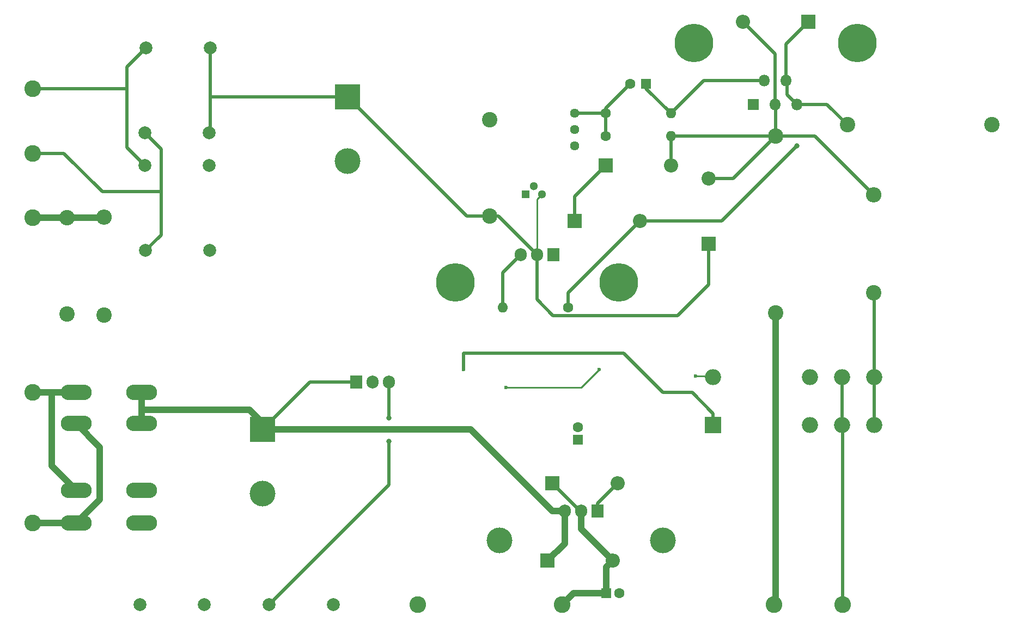
<source format=gbr>
G04 #@! TF.GenerationSoftware,KiCad,Pcbnew,(5.1.9-0-10_14)*
G04 #@! TF.CreationDate,2021-02-13T11:15:32+01:00*
G04 #@! TF.ProjectId,hv-power-supply,68762d70-6f77-4657-922d-737570706c79,rev?*
G04 #@! TF.SameCoordinates,Original*
G04 #@! TF.FileFunction,Copper,L2,Bot*
G04 #@! TF.FilePolarity,Positive*
%FSLAX46Y46*%
G04 Gerber Fmt 4.6, Leading zero omitted, Abs format (unit mm)*
G04 Created by KiCad (PCBNEW (5.1.9-0-10_14)) date 2021-02-13 11:15:32*
%MOMM*%
%LPD*%
G01*
G04 APERTURE LIST*
G04 #@! TA.AperFunction,ComponentPad*
%ADD10C,4.000000*%
G04 #@! TD*
G04 #@! TA.AperFunction,ComponentPad*
%ADD11R,4.000000X4.000000*%
G04 #@! TD*
G04 #@! TA.AperFunction,ComponentPad*
%ADD12O,2.400000X2.400000*%
G04 #@! TD*
G04 #@! TA.AperFunction,ComponentPad*
%ADD13C,2.400000*%
G04 #@! TD*
G04 #@! TA.AperFunction,ComponentPad*
%ADD14C,1.600000*%
G04 #@! TD*
G04 #@! TA.AperFunction,ComponentPad*
%ADD15R,1.600000X1.600000*%
G04 #@! TD*
G04 #@! TA.AperFunction,ComponentPad*
%ADD16O,1.905000X2.000000*%
G04 #@! TD*
G04 #@! TA.AperFunction,ComponentPad*
%ADD17R,1.905000X2.000000*%
G04 #@! TD*
G04 #@! TA.AperFunction,ComponentPad*
%ADD18O,4.800600X2.400300*%
G04 #@! TD*
G04 #@! TA.AperFunction,ComponentPad*
%ADD19C,2.600000*%
G04 #@! TD*
G04 #@! TA.AperFunction,ComponentPad*
%ADD20O,1.600000X1.600000*%
G04 #@! TD*
G04 #@! TA.AperFunction,ComponentPad*
%ADD21O,2.200000X2.200000*%
G04 #@! TD*
G04 #@! TA.AperFunction,ComponentPad*
%ADD22R,2.200000X2.200000*%
G04 #@! TD*
G04 #@! TA.AperFunction,ComponentPad*
%ADD23O,1.800000X1.800000*%
G04 #@! TD*
G04 #@! TA.AperFunction,ComponentPad*
%ADD24R,1.800000X1.800000*%
G04 #@! TD*
G04 #@! TA.AperFunction,ComponentPad*
%ADD25C,2.000000*%
G04 #@! TD*
G04 #@! TA.AperFunction,ComponentPad*
%ADD26O,2.500000X2.500000*%
G04 #@! TD*
G04 #@! TA.AperFunction,ComponentPad*
%ADD27R,2.500000X2.500000*%
G04 #@! TD*
G04 #@! TA.AperFunction,ComponentPad*
%ADD28C,1.440000*%
G04 #@! TD*
G04 #@! TA.AperFunction,ComponentPad*
%ADD29R,1.300000X1.300000*%
G04 #@! TD*
G04 #@! TA.AperFunction,ComponentPad*
%ADD30C,1.300000*%
G04 #@! TD*
G04 #@! TA.AperFunction,ComponentPad*
%ADD31C,6.000000*%
G04 #@! TD*
G04 #@! TA.AperFunction,ViaPad*
%ADD32C,0.800000*%
G04 #@! TD*
G04 #@! TA.AperFunction,ViaPad*
%ADD33C,0.600000*%
G04 #@! TD*
G04 #@! TA.AperFunction,Conductor*
%ADD34C,1.000000*%
G04 #@! TD*
G04 #@! TA.AperFunction,Conductor*
%ADD35C,0.500000*%
G04 #@! TD*
G04 #@! TA.AperFunction,Conductor*
%ADD36C,0.250000*%
G04 #@! TD*
G04 APERTURE END LIST*
D10*
X102870000Y-79342000D03*
D11*
X102870000Y-69342000D03*
D12*
X65024000Y-88011000D03*
D13*
X65024000Y-103251000D03*
D14*
X145129000Y-146558000D03*
D15*
X143129000Y-146558000D03*
D16*
X109347000Y-113665000D03*
X106807000Y-113665000D03*
D17*
X104267000Y-113665000D03*
D18*
X70866000Y-115316000D03*
X60706000Y-115316000D03*
D19*
X53975000Y-135636000D03*
X53975000Y-115316000D03*
X53975000Y-88138000D03*
X53975000Y-78105000D03*
X53975000Y-68072000D03*
D12*
X184658000Y-84582000D03*
D13*
X184658000Y-99822000D03*
D20*
X153162000Y-75438000D03*
D14*
X143002000Y-75438000D03*
D20*
X153162000Y-71882000D03*
D14*
X143002000Y-71882000D03*
D20*
X127000000Y-102108000D03*
D14*
X137160000Y-102108000D03*
D10*
X126492000Y-138303000D03*
X151892000Y-138303000D03*
D21*
X164338000Y-57658000D03*
D22*
X174498000Y-57658000D03*
D21*
X159004000Y-82042000D03*
D22*
X159004000Y-92202000D03*
D18*
X70866000Y-120142000D03*
X60706000Y-120142000D03*
X60706000Y-135636000D03*
X70866000Y-135636000D03*
X60706000Y-130556000D03*
X70866000Y-130556000D03*
D13*
X169418000Y-102938000D03*
X169418000Y-75438000D03*
D14*
X146812000Y-67310000D03*
D15*
X149312000Y-67310000D03*
D13*
X203094000Y-73660000D03*
X180594000Y-73660000D03*
D23*
X172740000Y-70502000D03*
X171040000Y-66802000D03*
X169340000Y-70502000D03*
X167640000Y-66802000D03*
D24*
X165940000Y-70502000D03*
D25*
X100711000Y-148336000D03*
X90678000Y-148336000D03*
X70612000Y-148336000D03*
X80645000Y-148336000D03*
D16*
X136652000Y-133731000D03*
X139192000Y-133731000D03*
D17*
X141732000Y-133731000D03*
D19*
X113792000Y-148336000D03*
X136271000Y-148336000D03*
D21*
X144907000Y-129413000D03*
D22*
X134747000Y-129413000D03*
D21*
X144145000Y-141478000D03*
D22*
X133985000Y-141478000D03*
D14*
X138684000Y-120682000D03*
D15*
X138684000Y-122682000D03*
D10*
X89662000Y-131031000D03*
D11*
X89662000Y-121031000D03*
D26*
X159752000Y-112896000D03*
X174752000Y-112896000D03*
X179752000Y-112896000D03*
X184752000Y-112896000D03*
X184752000Y-120396000D03*
X179752000Y-120396000D03*
X174752000Y-120396000D03*
D27*
X159752000Y-120396000D03*
D19*
X169164000Y-148336000D03*
D28*
X138176000Y-76962000D03*
X138176000Y-74422000D03*
X138176000Y-71882000D03*
D16*
X129794000Y-93853000D03*
X132334000Y-93853000D03*
D17*
X134874000Y-93853000D03*
D29*
X130556000Y-84455000D03*
D30*
X133096000Y-84455000D03*
X131826000Y-83185000D03*
D31*
X156718000Y-60960000D03*
X182118000Y-60960000D03*
X145034000Y-98171000D03*
X119634000Y-98171000D03*
D21*
X153162000Y-80010000D03*
D22*
X143002000Y-80010000D03*
D21*
X148336000Y-88646000D03*
D22*
X138176000Y-88646000D03*
D19*
X179832000Y-148336000D03*
D13*
X124968000Y-72898000D03*
X124968000Y-87898000D03*
D25*
X71374000Y-74930000D03*
X81374000Y-74930000D03*
X81534000Y-61722000D03*
X71534000Y-61722000D03*
X71501000Y-93218000D03*
X81501000Y-93218000D03*
X81374000Y-80010000D03*
X71374000Y-80010000D03*
D13*
X59309000Y-88124000D03*
X59309000Y-103124000D03*
D32*
X172720000Y-76962000D03*
D33*
X120904000Y-111760000D03*
D32*
X109347000Y-119253000D03*
X109347000Y-122936000D03*
D33*
X156972000Y-112776000D03*
X127508000Y-114554000D03*
X141986000Y-111760000D03*
D34*
X59295000Y-88138000D02*
X59309000Y-88124000D01*
X53975000Y-88138000D02*
X59295000Y-88138000D01*
X64911000Y-88124000D02*
X65024000Y-88011000D01*
X59309000Y-88124000D02*
X64911000Y-88124000D01*
X169418000Y-148082000D02*
X169164000Y-148336000D01*
X169418000Y-102938000D02*
X169418000Y-148082000D01*
D35*
X71374000Y-80010000D02*
X68580000Y-77216000D01*
X68580000Y-64676000D02*
X71534000Y-61722000D01*
X53975000Y-68072000D02*
X68580000Y-68072000D01*
X68580000Y-68072000D02*
X68580000Y-64676000D01*
X68580000Y-77216000D02*
X68580000Y-68072000D01*
X71501000Y-93218000D02*
X73914000Y-90805000D01*
X73914000Y-77470000D02*
X71374000Y-74930000D01*
X53975000Y-78105000D02*
X58801000Y-78105000D01*
X64770000Y-84074000D02*
X73914000Y-84074000D01*
X58801000Y-78105000D02*
X64770000Y-84074000D01*
X73914000Y-84074000D02*
X73914000Y-77470000D01*
X73914000Y-90805000D02*
X73914000Y-84074000D01*
X126379000Y-87898000D02*
X132334000Y-93853000D01*
X124968000Y-87898000D02*
X126379000Y-87898000D01*
X134854001Y-103358001D02*
X154197999Y-103358001D01*
X132334000Y-100838000D02*
X134854001Y-103358001D01*
X132334000Y-93853000D02*
X132334000Y-100838000D01*
D36*
X132334000Y-85217000D02*
X133096000Y-84455000D01*
X132334000Y-93853000D02*
X132334000Y-85217000D01*
D35*
X159004000Y-98552000D02*
X154197999Y-103358001D01*
X159004000Y-92202000D02*
X159004000Y-98552000D01*
X81534000Y-74770000D02*
X81374000Y-74930000D01*
X102870000Y-69342000D02*
X81534000Y-69342000D01*
X81534000Y-69342000D02*
X81534000Y-74770000D01*
X81534000Y-61722000D02*
X81534000Y-69342000D01*
X121426000Y-87898000D02*
X102870000Y-69342000D01*
X124968000Y-87898000D02*
X121426000Y-87898000D01*
X171040000Y-61116000D02*
X174498000Y-57658000D01*
X171040000Y-66802000D02*
X171040000Y-61116000D01*
X177436000Y-70502000D02*
X180594000Y-73660000D01*
X172740000Y-70502000D02*
X177436000Y-70502000D01*
X172740000Y-70502000D02*
X171196000Y-68958000D01*
X171196000Y-66958000D02*
X171040000Y-66802000D01*
X171196000Y-68958000D02*
X171196000Y-66958000D01*
X161036000Y-88646000D02*
X172720000Y-76962000D01*
X148336000Y-88646000D02*
X161036000Y-88646000D01*
X137160000Y-99822000D02*
X148336000Y-88646000D01*
X137160000Y-102108000D02*
X137160000Y-99822000D01*
X158242000Y-66802000D02*
X153162000Y-71882000D01*
X167640000Y-66802000D02*
X158242000Y-66802000D01*
X149312000Y-68032000D02*
X153162000Y-71882000D01*
X149312000Y-67310000D02*
X149312000Y-68032000D01*
X138176000Y-84836000D02*
X143002000Y-80010000D01*
X138176000Y-88646000D02*
X138176000Y-84836000D01*
X127000000Y-96647000D02*
X129794000Y-93853000D01*
X127000000Y-102108000D02*
X127000000Y-96647000D01*
D34*
X179752000Y-148256000D02*
X179832000Y-148336000D01*
D35*
X179832000Y-120476000D02*
X179752000Y-120396000D01*
X179832000Y-148336000D02*
X179832000Y-120476000D01*
X179752000Y-120396000D02*
X179752000Y-112896000D01*
D34*
X56896000Y-126746000D02*
X56896000Y-115316000D01*
X56896000Y-115316000D02*
X60706000Y-115316000D01*
X60706000Y-130556000D02*
X56896000Y-126746000D01*
X53975000Y-115316000D02*
X56896000Y-115316000D01*
X53975000Y-135636000D02*
X60706000Y-135636000D01*
X60706000Y-135636000D02*
X64389000Y-131953000D01*
X64389000Y-123825000D02*
X60706000Y-120142000D01*
X64389000Y-131953000D02*
X64389000Y-123825000D01*
X121999500Y-121031000D02*
X89662000Y-121031000D01*
X134699500Y-133731000D02*
X121999500Y-121031000D01*
X136652000Y-133731000D02*
X134699500Y-133731000D01*
X136652000Y-138811000D02*
X133985000Y-141478000D01*
X136652000Y-133731000D02*
X136652000Y-138811000D01*
D35*
X97028000Y-113665000D02*
X89662000Y-121031000D01*
X104267000Y-113665000D02*
X97028000Y-113665000D01*
D34*
X89662000Y-121031000D02*
X89662000Y-120015000D01*
X87630000Y-117983000D02*
X70866000Y-117983000D01*
X89662000Y-120015000D02*
X87630000Y-117983000D01*
X70866000Y-117983000D02*
X70866000Y-115316000D01*
X70866000Y-120142000D02*
X70866000Y-117983000D01*
D35*
X141732000Y-132588000D02*
X144907000Y-129413000D01*
X141732000Y-133731000D02*
X141732000Y-132588000D01*
X139065000Y-133731000D02*
X134747000Y-129413000D01*
X139192000Y-133731000D02*
X139065000Y-133731000D01*
D34*
X139192000Y-136525000D02*
X144145000Y-141478000D01*
X139192000Y-133731000D02*
X139192000Y-136525000D01*
X143129000Y-142494000D02*
X143129000Y-146558000D01*
X144145000Y-141478000D02*
X143129000Y-142494000D01*
X138049000Y-146558000D02*
X136271000Y-148336000D01*
X143129000Y-146558000D02*
X138049000Y-146558000D01*
D35*
X159752000Y-120396000D02*
X159752000Y-118604000D01*
X156464000Y-115316000D02*
X151892000Y-115316000D01*
X159752000Y-118604000D02*
X156464000Y-115316000D01*
X151892000Y-115316000D02*
X145796000Y-109220000D01*
X120904000Y-111760000D02*
X120904000Y-109220000D01*
X145796000Y-109220000D02*
X120904000Y-109220000D01*
X109347000Y-113665000D02*
X109347000Y-119253000D01*
X109347000Y-129667000D02*
X90678000Y-148336000D01*
X109347000Y-122936000D02*
X109347000Y-129667000D01*
D36*
X159632000Y-112776000D02*
X159752000Y-112896000D01*
X156972000Y-112776000D02*
X159632000Y-112776000D01*
X139192000Y-114554000D02*
X141986000Y-111760000D01*
X127508000Y-114554000D02*
X139192000Y-114554000D01*
D35*
X143002000Y-75438000D02*
X143002000Y-71882000D01*
X143002000Y-71120000D02*
X143002000Y-71882000D01*
X146812000Y-67310000D02*
X143002000Y-71120000D01*
X143002000Y-71882000D02*
X138176000Y-71882000D01*
X169340000Y-62660000D02*
X164338000Y-57658000D01*
X169340000Y-70502000D02*
X169340000Y-62660000D01*
X184658000Y-84582000D02*
X175514000Y-75438000D01*
X175514000Y-75438000D02*
X169418000Y-75438000D01*
X162814000Y-82042000D02*
X169418000Y-75438000D01*
X159004000Y-82042000D02*
X162814000Y-82042000D01*
X169418000Y-70580000D02*
X169340000Y-70502000D01*
X169418000Y-75438000D02*
X169418000Y-70580000D01*
X153162000Y-80010000D02*
X153162000Y-75438000D01*
X169418000Y-75438000D02*
X153162000Y-75438000D01*
X184752000Y-99916000D02*
X184658000Y-99822000D01*
X184752000Y-112896000D02*
X184752000Y-99916000D01*
X184752000Y-120396000D02*
X184752000Y-112896000D01*
M02*

</source>
